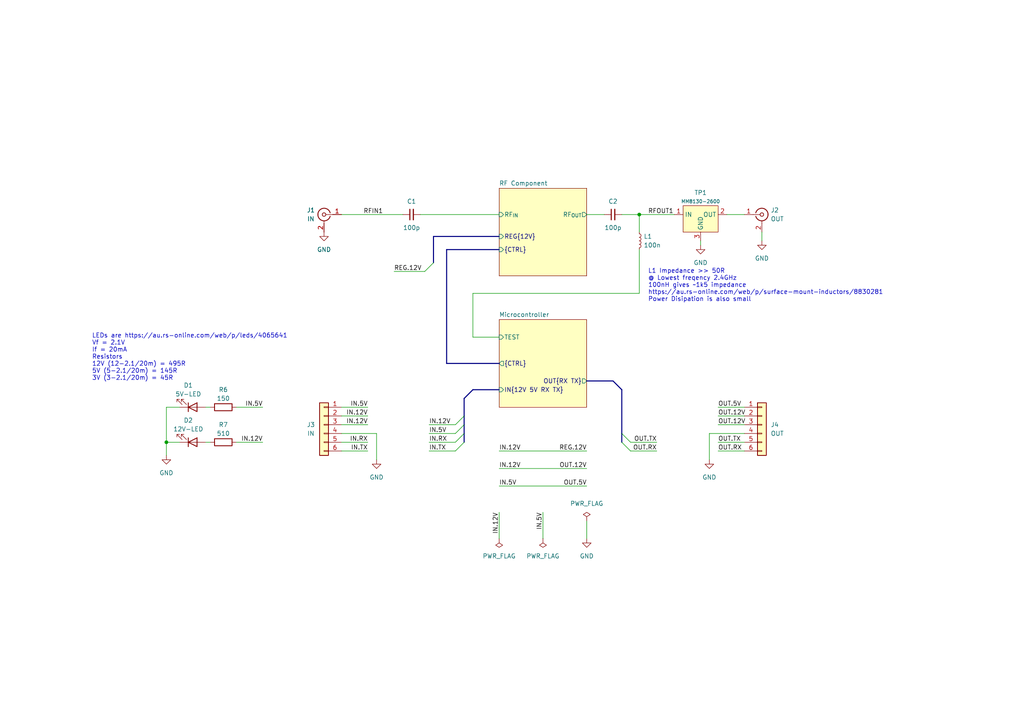
<source format=kicad_sch>
(kicad_sch (version 20211123) (generator eeschema)
  (paper "A4")
  (title_block (title "PicoRF") (date "${ISSUE_DATE}") (rev "${REVISION}") (company "ENEL300"))
  (lib_symbols
    (symbol "Connector:Conn_Coaxial" (pin_names (offset 1.016) hide)
      (property "Reference" "J" (at 0.254 3.048 0))
      (property "Value" "Conn_Coaxial" (at 2.921 0 90))
      (symbol "Conn_Coaxial_0_1"
        (arc (start -1.778 -0.508) (mid 0.2311 -1.8066) (end 1.778 0) (stroke (width 0.254)))
        (polyline (pts (xy -2.54 0) (xy -0.508 0)))
        (polyline (pts (xy 0 -2.54) (xy 0 -1.778)))
        (circle (center 0 0) (radius 0.508) (stroke (width 0.2032)))
        (arc (start 1.778 0) (mid 0.2099 1.8101) (end -1.778 0.508) (stroke (width 0.254)))
      )
      (symbol "Conn_Coaxial_1_1"
        (pin passive line (at -5.08 0 0) (length 2.54) (name "In") (number "1"))
        (pin passive line (at 0 -5.08 90) (length 2.54) (name "Ext") (number "2"))
      )
    )
    (symbol "Connector_Generic:Conn_01x06" (pin_names (offset 1.016) hide)
      (property "Reference" "J" (at 0 7.62 0))
      (property "Value" "Conn_01x06" (at 0 -10.16 0))
      (symbol "Conn_01x06_1_1"
        (rectangle (start -1.27 -7.493) (end 0 -7.747) (stroke (width 0.1524)))
        (rectangle (start -1.27 -4.953) (end 0 -5.207) (stroke (width 0.1524)))
        (rectangle (start -1.27 -2.413) (end 0 -2.667) (stroke (width 0.1524)))
        (rectangle (start -1.27 0.127) (end 0 -0.127) (stroke (width 0.1524)))
        (rectangle (start -1.27 2.667) (end 0 2.413) (stroke (width 0.1524)))
        (rectangle (start -1.27 5.207) (end 0 4.953) (stroke (width 0.1524)))
        (rectangle (start -1.27 6.35) (end 1.27 -8.89) (stroke (width 0.254)) (fill (type background)))
        (pin passive line (at -5.08 5.08 0) (length 3.81) (name "Pin_1") (number "1"))
        (pin passive line (at -5.08 2.54 0) (length 3.81) (name "Pin_2") (number "2"))
        (pin passive line (at -5.08 0 0) (length 3.81) (name "Pin_3") (number "3"))
        (pin passive line (at -5.08 -2.54 0) (length 3.81) (name "Pin_4") (number "4"))
        (pin passive line (at -5.08 -5.08 0) (length 3.81) (name "Pin_5") (number "5"))
        (pin passive line (at -5.08 -7.62 0) (length 3.81) (name "Pin_6") (number "6"))
      )
    )
    (symbol "Device:C_Small" (pin_numbers hide) (pin_names (offset 0.254) hide)
      (property "Reference" "C" (at 0.254 1.778 0))
      (property "Value" "C_Small" (at 0.254 -2.032 0))
      (symbol "C_Small_0_1"
        (polyline (pts (xy -1.524 -0.508) (xy 1.524 -0.508)) (stroke (width 0.3302)))
        (polyline (pts (xy -1.524 0.508) (xy 1.524 0.508)) (stroke (width 0.3048)))
      )
      (symbol "C_Small_1_1"
        (pin passive line (at 0 2.54 270) (length 2.032) (name "~") (number "1"))
        (pin passive line (at 0 -2.54 90) (length 2.032) (name "~") (number "2"))
      )
    )
    (symbol "Device:LED" (pin_numbers hide) (pin_names (offset 1.016) hide)
      (property "Reference" "D" (at 0 2.54 0))
      (property "Value" "LED" (at 0 -2.54 0))
      (symbol "LED_0_1"
        (polyline (pts (xy -1.27 -1.27) (xy -1.27 1.27)) (stroke (width 0.254)))
        (polyline (pts (xy -1.27 0) (xy 1.27 0)))
        (polyline (pts (xy 1.27 -1.27) (xy 1.27 1.27) (xy -1.27 0) (xy 1.27 -1.27)) (stroke (width 0.254)))
        (polyline (pts (xy -3.048 -0.762) (xy -4.572 -2.286) (xy -3.81 -2.286) (xy -4.572 -2.286) (xy -4.572 -1.524)))
        (polyline (pts (xy -1.778 -0.762) (xy -3.302 -2.286) (xy -2.54 -2.286) (xy -3.302 -2.286) (xy -3.302 -1.524)))
      )
      (symbol "LED_1_1"
        (pin passive line (at -3.81 0 0) (length 2.54) (name "K") (number "1"))
        (pin passive line (at 3.81 0 180) (length 2.54) (name "A") (number "2"))
      )
    )
    (symbol "Device:L_Small" (pin_numbers hide) (pin_names (offset 0.254) hide)
      (property "Reference" "L" (at 0.762 1.016 0))
      (property "Value" "L_Small" (at 0.762 -1.016 0))
      (symbol "L_Small_0_1"
        (arc (start 0 -2.032) (mid 0.508 -1.524) (end 0 -1.016))
        (arc (start 0 -1.016) (mid 0.508 -0.508) (end 0 0))
        (arc (start 0 0) (mid 0.508 0.508) (end 0 1.016))
        (arc (start 0 1.016) (mid 0.508 1.524) (end 0 2.032))
      )
      (symbol "L_Small_1_1"
        (pin passive line (at 0 2.54 270) (length 0.508) (name "~") (number "1"))
        (pin passive line (at 0 -2.54 90) (length 0.508) (name "~") (number "2"))
      )
    )
    (symbol "Device:R" (pin_numbers hide) (pin_names (offset 0))
      (property "Reference" "R" (at 2.032 0 90))
      (property "Value" "R" (at 0 0 90))
      (symbol "R_0_1"
        (rectangle (start -1.016 -2.54) (end 1.016 2.54) (stroke (width 0.254)))
      )
      (symbol "R_1_1"
        (pin passive line (at 0 3.81 270) (length 1.27) (name "~") (number "1"))
        (pin passive line (at 0 -3.81 90) (length 1.27) (name "~") (number "2"))
      )
    )
    (symbol "PicoRF:MM8130-2600"
      (property "Reference" "TP" (at 0 5.588 0))
      (property "Value" "MM8130-2600" (at 0 3.556 0))
      (symbol "MM8130-2600_0_1"
        (rectangle (start -5.08 2.54) (end 5.08 -5.08) (fill (type background)))
      )
      (symbol "MM8130-2600_1_1"
        (pin bidirectional line (at -7.62 0 0) (length 2.54) (name "IN") (number "1"))
        (pin bidirectional line (at 7.62 0 180) (length 2.54) (name "OUT") (number "2"))
        (pin power_in line (at 0 -7.62 90) (length 2.54) (name "GND") (number "3"))
      )
    )
    (symbol "power:GND" (power) (pin_names (offset 0))
      (property "Value" "GND" (at 0 -3.81 0))
      (symbol "GND_0_1"
        (polyline (pts (xy 0 0) (xy 0 -1.27) (xy 1.27 -1.27) (xy 0 -2.54) (xy -1.27 -1.27) (xy 0 -1.27)))
      )
      (symbol "GND_1_1"
        (pin power_in line (at 0 0 270) (length 0) hide (name "GND") (number "1"))
      )
    )
    (symbol "power:PWR_FLAG" (power) (pin_numbers hide) (pin_names (offset 0) hide)
      (property "Value" "PWR_FLAG" (at 0 3.81 0))
      (symbol "PWR_FLAG_0_0"
        (pin power_out line (at 0 0 90) (length 0) (name "pwr") (number "1"))
      )
      (symbol "PWR_FLAG_0_1"
        (polyline (pts (xy 0 0) (xy 0 1.27) (xy -1.016 1.905) (xy 0 2.54) (xy 1.016 1.905) (xy 0 1.27)))
      )
    )
  )
  (junction (at 48.26 128.27))
  (junction (at 185.42 62.23))
  (bus_entry (at 180.34 128.27) (size 2.54 2.54))
  (bus_entry (at 125.73 76.2) (size -2.54 2.54))
  (bus_entry (at 134.62 125.73) (size -2.54 2.54))
  (bus_entry (at 134.62 120.65) (size -2.54 2.54))
  (bus_entry (at 134.62 128.27) (size -2.54 2.54))
  (bus_entry (at 134.62 123.19) (size -2.54 2.54))
  (bus_entry (at 180.34 125.73) (size 2.54 2.54))
  (wire (pts (xy 137.16 85.09) (xy 185.42 85.09)))
  (wire (pts (xy 208.28 128.27) (xy 215.9 128.27)))
  (wire (pts (xy 99.06 125.73) (xy 109.22 125.73)))
  (wire (pts (xy 132.08 128.27) (xy 124.46 128.27)))
  (wire (pts (xy 170.18 62.23) (xy 175.26 62.23)))
  (wire (pts (xy 124.46 125.73) (xy 132.08 125.73)))
  (wire (pts (xy 205.74 125.73) (xy 205.74 133.35)))
  (wire (pts (xy 185.42 62.23) (xy 185.42 67.31)))
  (wire (pts (xy 99.06 120.65) (xy 106.68 120.65)))
  (wire (pts (xy 144.78 148.59) (xy 144.78 156.21)))
  (wire (pts (xy 144.78 135.89) (xy 170.18 135.89)))
  (wire (pts (xy 208.28 130.81) (xy 215.9 130.81)))
  (wire (pts (xy 68.58 118.11) (xy 76.2 118.11)))
  (wire (pts (xy 208.28 123.19) (xy 215.9 123.19)))
  (bus (pts (xy 144.78 113.03) (xy 137.16 113.03)))
  (wire (pts (xy 144.78 97.79) (xy 137.16 97.79)))
  (bus (pts (xy 125.73 68.58) (xy 125.73 76.2)))
  (wire (pts (xy 180.34 62.23) (xy 185.42 62.23)))
  (wire (pts (xy 52.07 118.11) (xy 48.26 118.11)))
  (wire (pts (xy 190.5 130.81) (xy 182.88 130.81)))
  (wire (pts (xy 99.06 62.23) (xy 116.84 62.23)))
  (wire (pts (xy 190.5 128.27) (xy 182.88 128.27)))
  (wire (pts (xy 208.28 118.11) (xy 215.9 118.11)))
  (bus (pts (xy 144.78 105.41) (xy 129.54 105.41)))
  (wire (pts (xy 99.06 123.19) (xy 106.68 123.19)))
  (wire (pts (xy 215.9 125.73) (xy 205.74 125.73)))
  (bus (pts (xy 134.62 115.57) (xy 134.62 120.65)))
  (wire (pts (xy 210.82 62.23) (xy 215.9 62.23)))
  (bus (pts (xy 134.62 125.73) (xy 134.62 128.27)))
  (bus (pts (xy 129.54 105.41) (xy 129.54 72.39)))
  (wire (pts (xy 203.2 71.12) (xy 203.2 69.85)))
  (wire (pts (xy 137.16 97.79) (xy 137.16 85.09)))
  (wire (pts (xy 48.26 118.11) (xy 48.26 128.27)))
  (wire (pts (xy 220.98 69.85) (xy 220.98 67.31)))
  (bus (pts (xy 144.78 68.58) (xy 125.73 68.58)))
  (wire (pts (xy 114.3 78.74) (xy 123.19 78.74)))
  (wire (pts (xy 59.69 118.11) (xy 60.96 118.11)))
  (wire (pts (xy 68.58 128.27) (xy 76.2 128.27)))
  (bus (pts (xy 137.16 113.03) (xy 134.62 115.57)))
  (wire (pts (xy 157.48 148.59) (xy 157.48 156.21)))
  (wire (pts (xy 132.08 123.19) (xy 124.46 123.19)))
  (bus (pts (xy 129.54 72.39) (xy 144.78 72.39)))
  (bus (pts (xy 180.34 113.03) (xy 180.34 125.73)))
  (bus (pts (xy 180.34 125.73) (xy 180.34 128.27)))
  (wire (pts (xy 99.06 128.27) (xy 106.68 128.27)))
  (wire (pts (xy 48.26 128.27) (xy 52.07 128.27)))
  (bus (pts (xy 134.62 120.65) (xy 134.62 123.19)))
  (wire (pts (xy 99.06 118.11) (xy 106.68 118.11)))
  (wire (pts (xy 59.69 128.27) (xy 60.96 128.27)))
  (wire (pts (xy 185.42 62.23) (xy 195.58 62.23)))
  (wire (pts (xy 48.26 128.27) (xy 48.26 132.08)))
  (wire (pts (xy 99.06 130.81) (xy 106.68 130.81)))
  (wire (pts (xy 144.78 130.81) (xy 170.18 130.81)))
  (wire (pts (xy 185.42 72.39) (xy 185.42 85.09)))
  (wire (pts (xy 208.28 120.65) (xy 215.9 120.65)))
  (wire (pts (xy 170.18 151.13) (xy 170.18 156.21)))
  (wire (pts (xy 132.08 130.81) (xy 124.46 130.81)))
  (bus (pts (xy 170.18 110.49) (xy 177.8 110.49)))
  (wire (pts (xy 121.92 62.23) (xy 144.78 62.23)))
  (bus (pts (xy 134.62 123.19) (xy 134.62 125.73)))
  (wire (pts (xy 109.22 125.73) (xy 109.22 133.35)))
  (bus (pts (xy 177.8 110.49) (xy 180.34 113.03)))
  (wire (pts (xy 144.78 140.97) (xy 170.18 140.97)))
  (text "LEDs are https://au.rs-online.com/web/p/leds/4065641\nVf = 2.1V\nIf = 20mA\nResistors\n12V (12-2.1/20m) = 495R\n5V (5-2.1/20m) = 145R\n3V (3-2.1/20m) = 45R" (at 26.67 110.49 0) (effects (font (size 1.27 1.27)) (justify left bottom)))
  (text "L1 Impedance >> 50R \n@ Lowest freqency 2.4GHz\n100nH gives ~1k5 impedance\nhttps://au.rs-online.com/web/p/surface-mount-inductors/8830281\nPower Disipation is also small\n" (at 187.96 87.63 0) (effects (font (size 1.27 1.27)) (justify left bottom)))
  (label "IN.TX" (at 124.46 130.81 0))
  (label "IN.5V" (at 124.46 125.73 0))
  (label "OUT.TX" (at 190.5 128.27 180))
  (label "IN.12V" (at 144.78 148.59 270))
  (label "IN.TX" (at 106.68 130.81 180))
  (label "OUT.5V" (at 208.28 118.11 0))
  (label "OUT.TX" (at 208.28 128.27 0))
  (label "IN.5V" (at 76.2 118.11 180))
  (label "IN.12V" (at 106.68 120.65 180))
  (label "OUT.RX" (at 190.5 130.81 180))
  (label "IN.RX" (at 124.46 128.27 0))
  (label "RFOUT1" (at 187.96 62.23 0))
  (label "OUT.12V" (at 208.28 123.19 0))
  (label "IN.RX" (at 106.68 128.27 180))
  (label "IN.5V" (at 144.78 140.97 0))
  (label "OUT.12V" (at 170.18 135.89 180))
  (label "IN.5V" (at 106.68 118.11 180))
  (label "IN.12V" (at 144.78 130.81 0))
  (label "RFIN1" (at 105.41 62.23 0))
  (label "IN.12V" (at 144.78 135.89 0))
  (label "IN.12V" (at 76.2 128.27 180))
  (label "REG.12V" (at 170.18 130.81 180))
  (label "IN.12V" (at 124.46 123.19 0))
  (label "OUT.RX" (at 208.28 130.81 0))
  (label "IN.12V" (at 106.68 123.19 180))
  (label "REG.12V" (at 114.3 78.74 0))
  (label "IN.5V" (at 157.48 148.59 270))
  (label "OUT.12V" (at 208.28 120.65 0))
  (label "OUT.5V" (at 170.18 140.97 180))
  (symbol (lib_id "Device:LED") (at 55.88 118.11 0) (mirror x) (unit 1)
    (property "Reference" "D1" (at 54.61 111.76 0))
    (property "Value" "5V-LED" (at 54.61 114.3 0))
    (property "Footprint" "LED_SMD:LED_0805_2012Metric" (effects hide))
  )
  (symbol (lib_id "power:PWR_FLAG") (at 170.18 151.13 0) (unit 1)
    (property "Reference" "#FLG01" (effects hide))
    (property "Value" "PWR_FLAG" (at 170.18 146.05 0))
  )
  (symbol (lib_id "power:PWR_FLAG") (at 157.48 156.21 180) (unit 1)
    (property "Reference" "#FLG03" (effects hide))
    (property "Value" "PWR_FLAG" (at 157.48 161.29 0))
  )
  (symbol (lib_id "Device:LED") (at 55.88 128.27 0) (mirror x) (unit 1)
    (property "Reference" "D2" (at 54.61 121.92 0))
    (property "Value" "12V-LED" (at 54.61 124.46 0))
    (property "Footprint" "LED_SMD:LED_0805_2012Metric" (effects hide))
  )
  (symbol (lib_id "Connector_Generic:Conn_01x06") (at 93.98 123.19 0) (mirror y) (unit 1)
    (property "Reference" "J3" (at 90.17 123.19 0))
    (property "Value" "IN" (at 90.17 125.73 0))
    (property "Footprint" "Connector_PinHeader_2.54mm:PinHeader_1x06_P2.54mm_Horizontal" (effects hide))
  )
  (symbol (lib_id "power:GND") (at 205.74 133.35 0) (unit 1)
    (property "Reference" "#PWR05" (effects hide))
    (property "Value" "GND" (at 205.74 138.43 0))
  )
  (symbol (lib_id "PicoRF:MM8130-2600") (at 203.2 62.23 0) (unit 1)
    (property "Reference" "TP1" (at 203.2 55.88 0))
    (property "Value" "MM8130-2600" (at 203.2 58.42 0) (effects (font (size 1 1))))
    (property "Footprint" "PicoRF:MM8130-2600" (effects hide))
    (property "Datasheet" "https://s3.amazonaws.com/snapeda/datasheet/MM8130-2600RA2_Murata.pdf" (effects hide))
  )
  (symbol (lib_id "Connector:Conn_Coaxial") (at 220.98 62.23 0) (unit 1)
    (property "Reference" "J2" (at 223.52 60.96 0) (effects (justify left)))
    (property "Value" "OUT" (at 223.52 63.5 0) (effects (justify left)))
    (property "Footprint" "PicoRF:SMA_Female" (effects hide))
  )
  (symbol (lib_id "Device:C_Small") (at 177.8 62.23 90) (unit 1)
    (property "Reference" "C2" (at 177.8 58.42 90))
    (property "Value" "100p" (at 177.8 66.04 90))
    (property "Footprint" "Capacitor_SMD:C_0402_1005Metric" (effects hide))
  )
  (symbol (lib_id "power:GND") (at 109.22 133.35 0) (unit 1)
    (property "Reference" "#PWR04" (effects hide))
    (property "Value" "GND" (at 109.22 138.43 0))
  )
  (symbol (lib_id "Connector_Generic:Conn_01x06") (at 220.98 123.19 0) (unit 1)
    (property "Reference" "J4" (at 223.52 123.1899 0) (effects (justify left)))
    (property "Value" "OUT" (at 223.52 125.7299 0) (effects (justify left)))
    (property "Footprint" "Connector_PinSocket_2.54mm:PinSocket_1x06_P2.54mm_Horizontal" (effects hide))
  )
  (symbol (lib_id "power:GND") (at 203.2 71.12 0) (mirror y) (unit 1)
    (property "Reference" "#PWR02" (effects hide))
    (property "Value" "GND" (at 203.2 76.2 0))
  )
  (symbol (lib_id "power:GND") (at 170.18 156.21 0) (unit 1)
    (property "Reference" "#PWR06" (effects hide))
    (property "Value" "GND" (at 170.18 161.29 0))
  )
  (symbol (lib_id "power:GND") (at 93.98 67.31 0) (unit 1)
    (property "Reference" "#PWR01" (effects hide))
    (property "Value" "GND" (at 93.98 72.39 0))
  )
  (symbol (lib_id "power:GND") (at 48.26 132.08 0) (unit 1)
    (property "Reference" "#PWR0106" (effects hide))
    (property "Value" "GND" (at 48.26 137.16 0))
  )
  (symbol (lib_id "power:PWR_FLAG") (at 144.78 156.21 180) (unit 1)
    (property "Reference" "#FLG02" (effects hide))
    (property "Value" "PWR_FLAG" (at 144.78 161.29 0))
  )
  (symbol (lib_id "Device:R") (at 64.77 118.11 90) (unit 1)
    (property "Reference" "R6" (at 64.77 113.03 90))
    (property "Value" "150" (at 64.77 115.57 90))
    (property "Footprint" "Resistor_SMD:R_0402_1005Metric" (effects hide))
  )
  (symbol (lib_id "power:GND") (at 220.98 69.85 0) (mirror y) (unit 1)
    (property "Reference" "#PWR03" (effects hide))
    (property "Value" "GND" (at 220.98 74.93 0))
  )
  (symbol (lib_id "Device:C_Small") (at 119.38 62.23 90) (unit 1)
    (property "Reference" "C1" (at 119.38 58.42 90))
    (property "Value" "100p" (at 119.38 66.04 90))
    (property "Footprint" "Capacitor_SMD:C_0402_1005Metric" (effects hide))
  )
  (symbol (lib_id "Connector:Conn_Coaxial") (at 93.98 62.23 0) (mirror y) (unit 1)
    (property "Reference" "J1" (at 90.17 60.96 0))
    (property "Value" "IN" (at 90.17 63.5 0))
    (property "Footprint" "PicoRF:SMA_Male" (effects hide))
  )
  (symbol (lib_id "Device:R") (at 64.77 128.27 90) (unit 1)
    (property "Reference" "R7" (at 64.77 123.19 90))
    (property "Value" "510" (at 64.77 125.73 90))
    (property "Footprint" "Resistor_SMD:R_0402_1005Metric" (effects hide))
  )
  (symbol (lib_id "Device:L_Small") (at 185.42 69.85 0) (unit 1)
    (property "Reference" "L1" (at 186.69 68.5799 0) (effects (justify left)))
    (property "Value" "100n" (at 186.69 71.1199 0) (effects (justify left)))
    (property "Footprint" "Inductor_SMD:L_0402_1005Metric" (effects hide))
  )
  (sheet (at 144.78 54.61) (size 25.4 25.4) (stroke (width 0.1524)) (fill (color 255 255 194 1.0000))
    (property "Sheet name" "RF Component" (at 144.78 53.8984 0) (effects (justify left bottom)))
    (property "Sheet file" "sheets/rf-component.kicad_sch" (effects hide))
    (pin "RF_{IN}" input (at 144.78 62.23 180))
    (pin "{CTRL}" input (at 144.78 72.39 180))
    (pin "RF_{OUT}" output (at 170.18 62.23 0))
    (pin "REG{12V}" input (at 144.78 68.58 180))
  )
  (sheet (at 144.78 92.71) (size 25.4 25.4) (stroke (width 0.1524)) (fill (color 255 255 194 1.0000))
    (property "Sheet name" "Microcontroller" (at 144.78 91.9984 0) (effects (justify left bottom)))
    (property "Sheet file" "sheets/microcontroller.kicad_sch" (effects hide))
    (pin "{CTRL}" output (at 144.78 105.41 180))
    (pin "TEST" input (at 144.78 97.79 180))
    (pin "IN{12V 5V RX TX}" input (at 144.78 113.03 180))
    (pin "OUT{RX TX}" output (at 170.18 110.49 0))
  )
)
</source>
